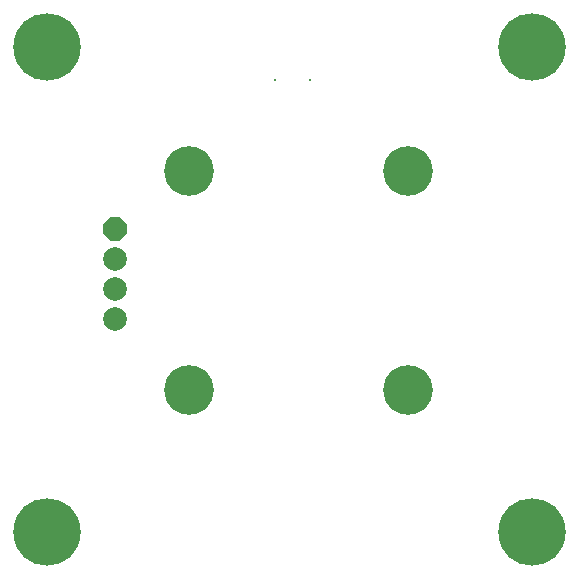
<source format=gbs>
G04 Layer_Color=16711935*
%FSLAX44Y44*%
%MOMM*%
G71*
G01*
G75*
%ADD25C,5.7032*%
%ADD26C,4.2032*%
%ADD27P,2.1683X8X292.5*%
%ADD28C,2.0032*%
%ADD29C,0.2032*%
D25*
X455000Y45000D02*
D03*
X45000D02*
D03*
X455000Y455000D02*
D03*
X45000D02*
D03*
D26*
X165000Y165000D02*
D03*
X350000Y350000D02*
D03*
X165000D02*
D03*
X350000Y165000D02*
D03*
D27*
X101750Y300950D02*
D03*
D28*
Y275550D02*
D03*
Y250150D02*
D03*
Y224750D02*
D03*
D29*
X237260Y427500D02*
D03*
X267260D02*
D03*
M02*

</source>
